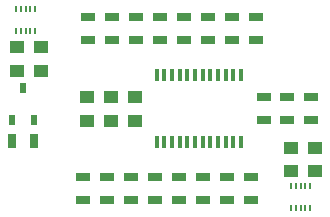
<source format=gbr>
G04 #@! TF.FileFunction,Soldermask,Top*
%FSLAX46Y46*%
G04 Gerber Fmt 4.6, Leading zero omitted, Abs format (unit mm)*
G04 Created by KiCad (PCBNEW (2014-12-04 BZR 5312)-product) date Ut 21. apríl 2015, 11:03:53 CEST*
%MOMM*%
G01*
G04 APERTURE LIST*
%ADD10C,0.100000*%
%ADD11R,1.300000X0.700000*%
%ADD12R,0.400000X1.100000*%
%ADD13R,0.480000X0.900000*%
%ADD14O,0.225000X0.600000*%
%ADD15R,0.225000X0.600000*%
%ADD16R,1.250000X1.000000*%
%ADD17R,0.700000X1.300000*%
G04 APERTURE END LIST*
D10*
D11*
X183753000Y-106655400D03*
X183753000Y-104755400D03*
D12*
X188575000Y-109650000D03*
X187925000Y-109650000D03*
X187275000Y-109650000D03*
X186625000Y-109650000D03*
X185975000Y-109650000D03*
X185325000Y-109650000D03*
X184675000Y-109650000D03*
X184025000Y-109650000D03*
X183375000Y-109650000D03*
X182725000Y-109650000D03*
X182075000Y-109650000D03*
X181425000Y-109650000D03*
X181425000Y-115350000D03*
X182075000Y-115350000D03*
X182725000Y-115350000D03*
X183375000Y-115350000D03*
X184025000Y-115350000D03*
X184675000Y-115350000D03*
X185325000Y-115350000D03*
X185975000Y-115350000D03*
X186625000Y-115350000D03*
X187275000Y-115350000D03*
X187925000Y-115350000D03*
X188575000Y-115350000D03*
D13*
X170129200Y-110730440D03*
X169179200Y-113480440D03*
X171079200Y-113480440D03*
D14*
X169532400Y-105938360D03*
D15*
X169932400Y-105938360D03*
X170332400Y-105938360D03*
X170732400Y-105938360D03*
X171132400Y-105938360D03*
X171132400Y-104038360D03*
X170732400Y-104038360D03*
X170332400Y-104038360D03*
X169932400Y-104038360D03*
X169532400Y-104038360D03*
D14*
X194424200Y-119037060D03*
D15*
X194024200Y-119037060D03*
X193624200Y-119037060D03*
X193224200Y-119037060D03*
X192824200Y-119037060D03*
X192824200Y-120937060D03*
X193224200Y-120937060D03*
X193624200Y-120937060D03*
X194024200Y-120937060D03*
X194424200Y-120937060D03*
D16*
X169623740Y-107295440D03*
X169623740Y-109295440D03*
X171632880Y-107308140D03*
X171632880Y-109308140D03*
X194851020Y-117809520D03*
X194851020Y-115809520D03*
X192768220Y-117809520D03*
X192768220Y-115809520D03*
X179562000Y-113538000D03*
X179562000Y-111538000D03*
X177530000Y-113538000D03*
X177530000Y-111538000D03*
X175498000Y-113538000D03*
X175498000Y-111538000D03*
D11*
X189849000Y-104755400D03*
X189849000Y-106655400D03*
X185785000Y-106655400D03*
X185785000Y-104755400D03*
X187817000Y-104755400D03*
X187817000Y-106655400D03*
X181721000Y-106655400D03*
X181721000Y-104755400D03*
X179689000Y-106655400D03*
X179689000Y-104755400D03*
X177657000Y-106655400D03*
X177657000Y-104755400D03*
X175625000Y-106655400D03*
X175625000Y-104755400D03*
X190500000Y-113450000D03*
X190500000Y-111550000D03*
X175167800Y-118319000D03*
X175167800Y-120219000D03*
X177199800Y-118319000D03*
X177199800Y-120219000D03*
X179231800Y-118319000D03*
X179231800Y-120219000D03*
X192500000Y-113450000D03*
X192500000Y-111550000D03*
X181263800Y-118319000D03*
X181263800Y-120219000D03*
X194500000Y-113450000D03*
X194500000Y-111550000D03*
X183295800Y-118319000D03*
X183295800Y-120219000D03*
X185327800Y-118319000D03*
X185327800Y-120219000D03*
D17*
X169186820Y-115262660D03*
X171086820Y-115262660D03*
D11*
X187359800Y-118319000D03*
X187359800Y-120219000D03*
X189391800Y-118319000D03*
X189391800Y-120219000D03*
M02*

</source>
